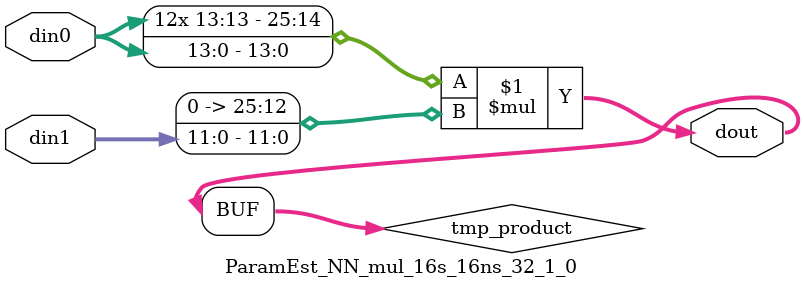
<source format=v>

`timescale 1 ns / 1 ps

  module ParamEst_NN_mul_16s_16ns_32_1_0(din0, din1, dout);
parameter ID = 1;
parameter NUM_STAGE = 0;
parameter din0_WIDTH = 14;
parameter din1_WIDTH = 12;
parameter dout_WIDTH = 26;

input [din0_WIDTH - 1 : 0] din0; 
input [din1_WIDTH - 1 : 0] din1; 
output [dout_WIDTH - 1 : 0] dout;

wire signed [dout_WIDTH - 1 : 0] tmp_product;












assign tmp_product = $signed(din0) * $signed({1'b0, din1});









assign dout = tmp_product;







endmodule

</source>
